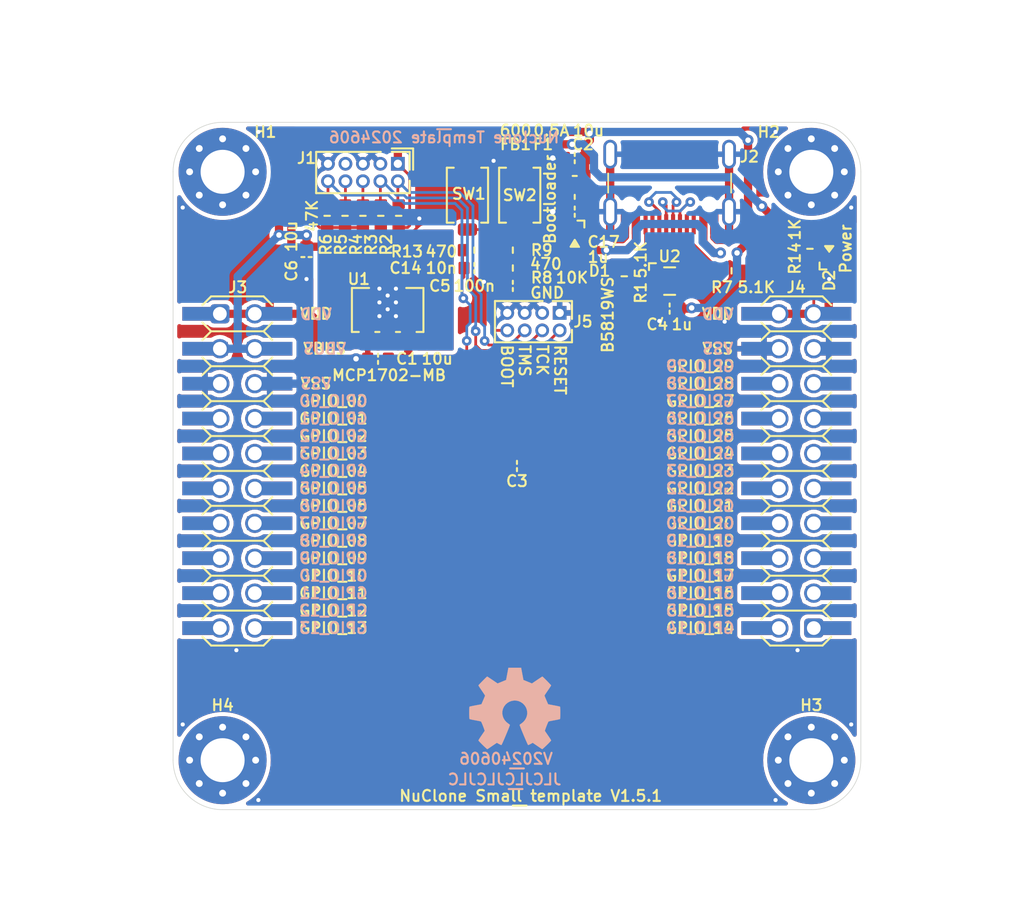
<source format=kicad_pcb>
(kicad_pcb (version 20240108) (generator "pcbnew") (generator_version "8.0")
  (layers (0 "F.Cu" mixed) (31 "B.Cu" mixed) (34 "B.Paste" user) (35 "F.Paste" user) (36 "B.SilkS" user "B.Silkscreen") (37 "F.SilkS" user "F.Silkscreen") (38 "B.Mask" user) (39 "F.Mask" user) (44 "Edge.Cuts" user))
  (net 0 "")
  (net 1 "/VBUS")
  (net 2 "Net-(F1-Pad2)")
  (net 3 "/VDD")
  (net 4 "/VSS")
  (net 5 "Net-(D2-A)")
  (net 6 "/GPIO_28")
  (net 7 "/GPIO_29")
  (net 8 "/TMS")
  (net 9 "/TCK")
  (net 10 "/TDO")
  (net 11 "/TDI")
  (net 12 "/RESET")
  (net 13 "Net-(R13-Pad2)")
  (net 15 "Net-(J2-CC1)")
  (net 17 "Net-(J2-CC2)")
  (net 19 "/BOOT")
  (net 20 "/GPIO_20")
  (net 21 "/GPIO_23")
  (net 22 "/GPIO_27")
  (net 23 "/GPIO_16")
  (net 24 "/GPIO_21")
  (net 25 "/GPIO_19")
  (net 26 "/GPIO_17")
  (net 27 "/GPIO_18")
  (net 28 "/GPIO_15")
  (net 29 "/GPIO_14")
  (net 30 "/GPIO_22")
  (net 31 "/GPIO_24")
  (net 32 "/GPIO_25")
  (net 33 "/GPIO_26")
  (net 34 "/GPIO_13")
  (net 35 "/GPIO_12")
  (net 36 "/GPIO_11")
  (net 37 "/GPIO_10")
  (net 38 "/GPIO_09")
  (net 39 "/GPIO_08")
  (net 40 "/GPIO_07")
  (net 41 "/GPIO_06")
  (net 42 "/GPIO_05")
  (net 43 "/GPIO_04")
  (net 44 "/GPIO_03")
  (net 45 "/GPIO_02")
  (net 46 "/GPIO_01")
  (net 47 "/GPIO_00")
  (net 48 "Net-(D1-K)")
  (net 49 "/DP")
  (net 50 "/DN")
  (net 53 "Net-(R9-Pad2)")
  (net 54 "Net-(D1-A)")
  (footprint "SquantorPcbOutline:MountingHole_3.2mm_M3_Pad_Via" (layer "F.Cu") (at 33.6 33.6)
    (property "Reference" "H1")
    (property "Value" "MountingHole")
  )
  (footprint "SquantorPcbOutline:MountingHole_3.2mm_M3_Pad_Via" (layer "F.Cu") (at 76.4 33.6)
    (property "Reference" "H2")
    (property "Value" "MountingHole")
  )
  (footprint "SquantorPcbOutline:MountingHole_3.2mm_M3_Pad_Via" (layer "F.Cu") (at 33.6 76.4)
    (property "Reference" "H4")
    (property "Value" "MountingHole")
  )
  (footprint "SquantorLabels:Label_Generic" (layer "F.Cu") (at 55.2 79.1)
    (property "Reference" "N4" (hide yes))
    (property "Value" "NuClone Small template V1.5.1")
  )
  (footprint "SquantorPcbOutline:MountingHole_3.2mm_M3_Pad_Via" (layer "F.Cu") (at 76.4 76.4)
    (property "Reference" "H3")
    (property "Value" "MountingHole")
  )
  (footprint "SquantorConnectorsNamed:nuclone_small_right_stacked" (layer "F.Cu") (at 75.31 55.36 90)
    (property "Reference" "J4")
    (property "Value" "nuclone_small_right")
  )
  (footprint "SquantorConnectorsNamed:nuclone_small_left_stacked" (layer "F.Cu") (at 34.67 55.36 -90)
    (property "Reference" "J3")
    (property "Value" "nuclone_small_left")
  )
  (footprint "SquantorResistor:R_0603_hand" (layer "F.Cu") (at 76.3 39.2 -90)
    (property "Reference" "R14")
    (property "Value" "1K")
  )
  (footprint "SquantorResistor:R_0603_hand" (layer "F.Cu") (at 45.1 36.8 -90)
    (property "Reference" "R3")
    (property "Value" "47K")
  )
  (footprint "SquantorCapacitor:C_0603" (layer "F.Cu") (at 55 55 180)
    (property "Reference" "C3")
    (property "Value" "10u")
  )
  (footprint "SquantorResistor:R_0603_hand" (layer "F.Cu") (at 51.9 39.3)
    (property "Reference" "R13")
    (property "Value" "470")
  )
  (footprint "SquantorResistor:R_0603_hand" (layer "F.Cu") (at 70.6 40.8 180)
    (property "Reference" "R7")
    (property "Value" "5.1K")
  )
  (footprint "SquantorResistor:R_0603_hand" (layer "F.Cu") (at 46.4 36.8 -90)
    (property "Reference" "R2")
    (property "Value" "47K")
  )
  (footprint "SquantorResistor:R_0603_hand" (layer "F.Cu") (at 43.8 36.8 -90)
    (property "Reference" "R4")
    (property "Value" "47K")
  )
  (footprint "SquantorResistor:R_0603_hand" (layer "F.Cu") (at 42.5 36.8 -90)
    (property "Reference" "R5")
    (property "Value" "47K")
  )
  (footprint "SquantorResistor:R_0603_hand" (layer "F.Cu") (at 62.8 41.2 90)
    (property "Reference" "R1")
    (property "Value" "5.1K")
  )
  (footprint "SquantorConnectors:Header-0127-2X05-H006" (layer "F.Cu") (at 43.8 33.65 180)
    (property "Reference" "J1")
    (property "Value" "JTAG_2X05")
  )
  (footprint "SquantorIC:SOT89-NXP" (layer "F.Cu") (at 45.6 44)
    (property "Reference" "U1")
    (property "Value" "MCP1702-MB")
  )
  (footprint "SquantorCapacitor:C_0603" (layer "F.Cu") (at 59.2 36.5)
    (property "Reference" "C17")
    (property "Value" "1u")
  )
  (footprint "SquantorSwitches:TD-85XU" (layer "F.Cu") (at 51.4 35.3 -90)
    (property "Reference" "SW1")
    (property "Value" "RESET")
  )
  (footprint "SquantorDiodes:LED_0603_hand" (layer "F.Cu") (at 77.7 39.2 90)
    (property "Reference" "D2")
    (property "Value" "GREEN")
  )
  (footprint "SquantorFuse:F_0603_hand" (layer "F.Cu") (at 59.2 33.9 180)
    (property "Reference" "F1")
    (property "Value" "0.5A")
  )
  (footprint "SquantorCapacitor:C_0603" (layer "F.Cu") (at 59.2 32.6)
    (property "Reference" "C2")
    (property "Value" "10u")
  )
  (footprint "SquantorCapacitor:C_0603" (layer "F.Cu") (at 44.9 47.2 180)
    (property "Reference" "C1")
    (property "Value" "10u")
  )
  (footprint "SquantorResistor:R_0603_hand" (layer "F.Cu") (at 41.2 36.8 -90)
    (property "Reference" "R6")
    (property "Value" "47K")
  )
  (footprint "SquantorCapacitor:C_0603" (layer "F.Cu") (at 51.9 40.6 180)
    (property "Reference" "C14")
    (property "Value" "10n")
  )
  (footprint "SquantorInductor:L_0603" (layer "F.Cu") (at 59.2 35.2)
    (property "Reference" "FB1")
    (property "Value" "600")
  )
  (footprint "SquantorUsb:USB-C-HRO-31-M-12" (layer "F.Cu") (at 66.1 37.415 180)
    (property "Reference" "J2")
    (property "Value" "TYPE-C-31-M-12")
  )
  (footprint "SquantorCapacitor:C_0603" (layer "F.Cu") (at 66.1 43.55 180)
    (property "Reference" "C4")
    (property "Value" "1u")
  )
  (footprint "SquantorIC:SOT363-ONsemi" (layer "F.Cu") (at 66.1 41.55)
    (property "Reference" "U2")
    (property "Value" "TPESD0504C6")
  )
  (footprint "SquantorCapacitor:C_0603" (layer "F.Cu") (at 39.7 39.8 -90)
    (property "Reference" "C6")
    (property "Value" "10u")
  )
  (footprint "SquantorResistor:R_0603_hand" (layer "F.Cu") (at 54.7 39.3)
    (property "Reference" "R9")
    (property "Value" "470")
  )
  (footprint "SquantorDiodes:SOD-323-nexperia-hand" (layer "F.Cu") (at 59.2 38.85 -90)
    (property "Reference" "D1")
    (property "Value" "B5819WS")
  )
  (footprint "SquantorResistor:R_0603_hand" (layer "F.Cu") (at 54.7 40.6)
    (property "Reference" "R8")
    (property "Value" "10K")
  )
  (footprint "SquantorCapacitor:C_0603" (layer "F.Cu") (at 54.7 41.9)
    (property "Reference" "C5")
    (property "Value" "100n")
  )
  (footprint "SquantorSwitches:TD-85XU" (layer "F.Cu") (at 55.2 35.3 -90)
    (property "Reference" "SW2")
    (property "Value" "Bootloader")
  )
  (footprint "SquantorConnectors:Header-0127-2X04-H006" (layer "F.Cu") (at 56.2 44.5 180)
    (property "Reference" "J5")
    (property "Value" "Conn_02x06_Odd_Even")
  )
  (footprint "Symbol:OSHW-Symbol_6.7x6mm_SilkScreen" (layer "B.Cu") (at 54.85 72.65 180)
    (property "Reference" "N1" (hide yes))
    (property "Value" "OHWLOGO" (hide yes))
  )
  (footprint "SquantorLabels:Label_Generic" (layer "B.Cu") (at 54.9 77.9 180)
    (property "Reference" "N3" (hide yes))
    (property "Value" "JLCJLCJLCJLC")
  )
  (footprint "SquantorLabels:Label_Generic" (layer "B.Cu") (at 55 76.4 180)
    (property "Reference" "N2" (hide yes))
    (property "Value" "V20240606")
  )
  (footprint "SquantorLabels:Label_Generic" (layer "B.Cu") (at 49.7 31.1)
    (property "Reference" "N5" (hide yes))
    (property "Value" "Nuclone Template 2024606")
  )
  (gr_line (start 47.45 31.9) (end 45.9 31.9) (stroke (width 0.15)) (layer "F.SilkS"))
  (gr_line (start 47.45 31.9) (end 47.45 33.45) (stroke (width 0.15)) (layer "F.SilkS"))
  (gr_line (start 76.4 80) (end 33.6 80) (stroke (width 0.05)) (layer "Edge.Cuts"))
  (gr_arc (start 30 33.6) (mid 31.054416 31.054416) (end 33.6 30) (stroke (width 0.05)) (layer "Edge.Cuts"))
  (gr_arc (start 76.4 30) (mid 78.945584 31.054416) (end 80 33.6) (stroke (width 0.05)) (layer "Edge.Cuts"))
  (gr_line (start 33.6 30) (end 76.4 30) (stroke (width 0.05)) (layer "Edge.Cuts"))
  (gr_line (start 80 33.6) (end 80 76.4) (stroke (width 0.05)) (layer "Edge.Cuts"))
  (gr_arc (start 33.6 80) (mid 31.054416 78.945584) (end 30 76.4) (stroke (width 0.05)) (layer "Edge.Cuts"))
  (gr_line (start 30 76.4) (end 30 33.6) (stroke (width 0.05)) (layer "Edge.Cuts"))
  (gr_arc (start 80 76.4) (mid 78.945584 78.945584) (end 76.4 80) (stroke (width 0.05)) (layer "Edge.Cuts"))
  (gr_text "Power" (at 78.9 39.2 90) (layer "F.SilkS") (effects (font (size 0.8 0.8) (thickness 0.15) (bold yes))))
  (gr_text "RESET\nTCK\nTMS\nBOOT" (at 53.8 46.1 270) (layer "F.SilkS") (effects (font (size 0.8 0.8) (thickness 0.15) (bold yes)) (justify left bottom)))
  (gr_text "GND" (at 57.2 42.4 0) (layer "F.SilkS") (effects (font (size 0.8 0.8) (thickness 0.15) (bold yes))))
  (segment (start 71.8 36.6) (end 71.8 31.3) (width 0.6) (layer "F.Cu") (net 1))
  (segment (start 71 39.5) (end 71.8 38.7) (width 0.6) (layer "F.Cu") (net 1))
  (segment (start 66.5 41.55) (end 66.39 41.66) (width 0.2) (layer "F.Cu") (net 1))
  (segment (start 67.02 41.55) (end 66.5 41.55) (width 0.2) (layer "F.Cu") (net 1))
  (segment (start 71.8 38.7) (end 71.8 36.6) (width 0.6) (layer "F.Cu") (net 1))
  (segment (start 37.7 38.2) (end 37.7 32.6) (width 0.6) (layer "F.Cu") (net 1))
  (segment (start 67.65 43.55) (end 67.7 43.5) (width 0.6) (layer "F.Cu") (net 1))
  (segment (start 60.2 30.7) (end 60.3 30.8) (width 0.6) (layer "F.Cu") (net 1))
  (segment (start 59.95 33.9) (end 59.95 32.6) (width 0.6) (layer "F.Cu") (net 1))
  (segment (start 39.7 38.2) (end 39.7 39.05) (width 0.6) (layer "F.Cu") (net 1))
  (segment (start 66.39 41.66) (end 66.39 43.09) (width 0.2) (layer "F.Cu") (net 1))
  (segment (start 60.3 30.8) (end 60.3 31.3) (width 0.6) (layer "F.Cu") (net 1))
  (segment (start 37.7 32.6) (end 39.6 30.7) (width 0.6) (layer "F.Cu") (net 1))
  (segment (start 44.55 39.05) (end 45.6 40.1) (width 0.6) (layer "F.Cu") (net 1))
  (segment (start 45.6 40.1) (end 45.6 42.6) (width 0.6) (layer "F.Cu") (net 1))
  (segment (start 60.3 31.3) (end 59.95 31.65) (width 0.6) (layer "F.Cu") (net 1))
  (segment (start 66.39 43.09) (end 66.85 43.55) (width 0.2) (layer "F.Cu") (net 1))
  (segment (start 39.7 39.05) (end 44.55 39.05) (width 0.6) (layer "F.Cu") (net 1))
  (segment (start 66.85 43.55) (end 67.65 43.55) (width 0.6) (layer "F.Cu") (net 1))
  (segment (start 59.95 31.65) (end 59.95 32.6) (width 0.6) (layer "F.Cu") (net 1))
  (segment (start 39.6 30.7) (end 60.2 30.7) (width 0.6) (layer "F.Cu") (net 1))
  (via (at 46.2 42.1) (size 0.7) (drill 0.3) (layers "F.Cu" "B.Cu") (net 1))
  (via (at 71 39.5) (size 0.8) (drill 0.4) (layers "F.Cu" "B.Cu") (net 1))
  (via (at 67.7 43.5) (size 0.8) (drill 0.4) (layers "F.Cu" "B.Cu") (net 1))
  (via (at 45 44.1) (size 0.7) (drill 0.3) (layers "F.Cu" "B.Cu") (net 1))
  (via (at 45 43.1) (size 0.7) (drill 0.3) (layers "F.Cu" "B.Cu") (net 1))
  (via (at 71.8 31.3) (size 0.8) (drill 0.4) (layers "F.Cu" "B.Cu") (net 1))
  (via (at 45 42.1) (size 0.7) (drill 0.3) (layers "F.Cu" "B.Cu") (net 1))
  (via (at 37.7 38.2) (size 0.8) (drill 0.4) (layers "F.Cu" "B.Cu") (net 1))
  (via (at 60.3 30.8) (size 0.8) (drill 0.4) (layers "F.Cu" "B.Cu") (net 1))
  (via (at 39.7 38.2) (size 0.8) (drill 0.4) (layers "F.Cu" "B.Cu") (net 1))
  (via (at 45.6 42.6) (size 0.7) (drill 0.3) (layers "F.Cu" "B.Cu") (net 1))
  (via (at 46.2 44.1) (size 0.7) (drill 0.3) (layers "F.Cu" "B.Cu") (net 1))
  (via (at 45.6 43.6) (size 0.7) (drill 0.3) (layers "F.Cu" "B.Cu") (net 1))
  (via (at 46.2 43.1) (size 0.7) (drill 0.3) (layers "F.Cu" "B.Cu") (net 1))
  (segment (start 34.7 41.2) (end 34.7 46.47) (width 0.6) (layer "B.Cu") (net 1))
  (segment (start 60.3 30.8) (end 60.4 30.7) (width 0.6) (layer "B.Cu") (net 1))
  (segment (start 37.7 38.2) (end 34.7 41.2) (width 0.6) (layer "B.Cu") (net 1))
  (segment (start 70.5 41.8) (end 71 41.3) (width 0.6) (layer "B.Cu") (net 1))
  (segment (start 60.4 30.7) (end 71.2 30.7) (width 0.6) (layer "B.Cu") (net 1))
  (segment (start 37.7 38.2) (end 39.7 38.2) (width 0.6) (layer "B.Cu") (net 1))
  (segment (start 33.4 46.47) (end 34.7 46.47) (width 0.6) (layer "B.Cu") (net 1))
  (segment (start 71.2 30.7) (end 71.8 31.3) (width 0.6) (layer "B.Cu") (net 1))
  (segment (start 34.7 46.47) (end 35.94 46.47) (width 0.6) (layer "B.Cu") (net 1))
  (segment (start 67.7 43.5) (end 68.8 43.5) (width 0.6) (layer "B.Cu") (net 1))
  (segment (start 71 41.3) (end 71 39.5) (width 0.6) (layer "B.Cu") (net 1))
  (segment (start 68.8 43.5) (end 70.5 41.8) (width 0.6) (layer "B.Cu") (net 1))
  (segment (start 58.45 33.9) (end 58.45 35.2) (width 0.6) (layer "F.Cu") (net 2))
  (segment (start 79 41.7) (end 77.66 43.04) (width 0.6) (layer "F.Cu") (net 3))
  (segment (start 76.58 41.78) (end 76.3 41.5) (width 0.2) (layer "F.Cu") (net 3))
  (segment (start 38.6 40.5) (end 37.02 42.08) (width 0.6) (layer "F.Cu") (net 3))
  (segment (start 43.8 37.65) (end 42.5 37.65) (width 0.2) (layer "F.Cu") (net 3))
  (segment (start 77.66 43.04) (end 77.66 43.93) (width 0.6) (layer "F.Cu") (net 3))
  (segment (start 46.45 31.6) (end 46.4 31.55) (width 0.6) (layer "F.Cu") (net 3))
  (segment (start 45.65 47.2) (end 45.65 48.15) (width 0.6) (layer "F.Cu") (net 3))
  (segment (start 55.75 52.85) (end 55.75 55) (width 0.6) (layer "F.Cu") (net 3))
  (segment (start 45.65 48.15) (end 45.6 48.2) (width 0.6) (layer "F.Cu") (net 3))
  (segment (start 40.65 37.65) (end 40.2 37.2) (width 0.2) (layer "F.Cu") (net 3))
  (segment (start 38.6 37.2) (end 38.6 40.5) (width 0.6) (layer "F.Cu") (net 3))
  (segment (start 47.2 37.5) (end 47.2 33.875) (width 0.2) (layer "F.Cu") (net 3))
  (segment (start 53.1 52.1) (end 55 52.1) (width 0.6) (layer "F.Cu") (net 3))
  (segment (start 47.1 46.8) (end 47.1 45.75) (width 0.6) (layer "F.Cu") (net 3))
  (segment (start 45.65 47.2) (end 46.7 47.2) (width 0.6) (layer "F.Cu") (net 3))
  (segment (start 39.95 31.55) (end 38.6 32.9) (width 0.6) (layer "F.Cu") (net 3))
  (segment (start 41.2 37.65) (end 42.5 37.65) (width 0.2) (layer "F.Cu") (net 3))
  (segment (start 39.93 43.93) (end 40.2 44.2) (width 0.6) (layer "F.Cu") (net 3))
  (segment (start 37.02 42.08) (end 37.02 43.93) (width 0.6) (layer "F.Cu") (net 3))
  (segment (start 72.8 36.1) (end 74.2 37.5) (width 0.6) (layer "F.Cu") (net 3))
  (segment (start 74.04 43.93) (end 76.58 43.93) (width 0.6) (layer "F.Cu") (net 3))
  (segment (start 76.58 43.93) (end 76.58 41.78) (width 0.2) (layer "F.Cu") (net 3))
  (segment (start 37.02 43.93) (end 39.93 43.93) (width 0.6) (layer "F.Cu") (net 3))
  (segment (start 45.6 48.2) (end 49.2 48.2) (width 0.6) (layer "F.Cu") (net 3))
  (segment (start 46.7 47.2) (end 47.1 46.8) (width 0.6) (layer "F.Cu") (net 3))
  (segment (start 40.2 47.4) (end 41 48.2) (width 0.6) (layer "F.Cu") (net 3))
  (segment (start 47.05 37.65) (end 47.2 37.5) (width 0.2) (layer "F.Cu") (net 3))
  (segment (start 56.2 40.6) (end 55.55 40.6) (width 0.6) (layer "F.Cu") (net 3))
  (segment (start 35.94 43.93) (end 33.4 43.93) (width 0.6) (layer "F.Cu") (net 3))
  (segment (start 47.2 33.875) (end 46.34 33.015) (width 0.2) (layer "F.Cu") (net 3))
  (segment (start 79 37.8) (end 79 41.7) (width 0.6) (layer "F.Cu") (net 3))
  (segment (start 74.2 37.5) (end 78.7 37.5) (width 0.6) (layer "F.Cu") (net 3))
  (segment (start 49.2 48.2) (end 53.1 52.1) (width 0.6) (layer "F.Cu") (net 3))
  (segment (start 46.4 31.55) (end 39.95 31.55) (width 0.6) (layer "F.Cu") (net 3))
  (segment (start 56.5 31.6) (end 56.5 40.3) (width 0.6) (layer "F.Cu") (net 3))
  (segment (start 55 52.1) (end 55.75 52.85) (width 0.6) (layer "F.Cu") (net 3))
  (segment (start 76.3 41.5) (end 76.3 40.05) (width 0.2) (layer "F.Cu") (net 3))
  (segment (start 59.012425 31.6) (end 46.45 31.6) (width 0.6) (layer "F.Cu") (net 3))
  (segment (start 41.2 37.65) (end 40.65 37.65) (width 0.2) (layer "F.Cu") (net 3))
  (segment (start 40.2 37.2) (end 38.6 37.2) (width 0.2) (layer "F.Cu") (net 3))
  (segment (start 56.5 40.3) (end 56.2 40.6) (width 0.6) (layer "F.Cu") (net 3))
  (segment (start 78.7 37.5) (end 79 37.8) (width 0.6) (layer "F.Cu") (net 3))
  (segment (start 40.2 44.2) (end 40.2 47.4) (width 0.6) (layer "F.Cu") (net 3))
  (segment (start 38.6 32.9) (end 38.6 37.2) (width 0.6) (layer "F.Cu") (net 3))
  (segment (start 46.34 33.015) (end 46.34 31.61) (width 0.6) (layer "F.Cu") (net 3))
  (segment (start 46.4 37.65) (end 47.05 37.65) (width 0.2) (layer "F.Cu") (net 3))
  (segment (start 41 48.2) (end 45.6 48.2) (width 0.6) (layer "F.Cu") (net 3))
  (segment (start 46.34 31.61) (end 46.4 31.55) (width 0.6) (layer "F.Cu") (net 3))
  (via (at 72.8 36.1) (size 0.8) (drill 0.4) (layers "F.Cu" "B.Cu") (net 3))
  (via (at 59.012425 31.6) (size 0.8) (drill 0.4) (layers "F.Cu" "B.Cu") (net 3))
  (segment (start 70.7 34) (end 72.8 36.1) (width 0.6) (layer "B.Cu") (net 3))
  (segment (start 61.1 34) (end 70.7 34) (width 0.6) (layer "B.Cu") (net 3))
  (segment (start 60.6 33.5) (end 61.1 34) (width 0.6) (layer "B.Cu") (net 3))
  (segment (start 59.8 31.6) (end 60.6 32.4) (width 0.6) (layer "B.Cu") (net 3))
  (segment (start 59.012425 31.6) (end 59.8 31.6) (width 0.6) (layer "B.Cu") (net 3))
  (segment (start 60.6 32.4) (end 60.6 33.5) (width 0.6) (layer "B.Cu") (net 3))
  (segment (start 47 38.4) (end 47.5 37.9) (width 0.2) (layer "F.Cu") (net 4))
  (segment (start 61.78 38.08) (end 61.78 36.5) (width 0.6) (layer "F.Cu") (net 4))
  (segment (start 62.2 38.5) (end 61.78 38.08) (width 0.6) (layer "F.Cu") (net 4))
  (segment (start 47.5 37.9) (end 47.9 37.5) (width 0.2) (layer "F.Cu") (net 4))
  (segment (start 57.6 32.6) (end 58.45 32.6) (width 0.6) (layer "F.Cu") (net 4))
  (segment (start 61.78 36.5) (end 61.78 32.32) (width 0.6) (layer "F.Cu") (net 4))
  (segment (start 46.2 38.4) (end 47 38.4) (width 0.2) (layer "F.Cu") (net 4))
  (segment (start 62.85 37.415) (end 62.85 38.3) (width 0.6) (layer "F.Cu") (net 4))
  (segment (start 45.1 37.65) (end 45.1 38.2) (width 0.2) (layer "F.Cu") (net 4))
  (segment (start 65.18 41.55) (end 65.7 41.55) (width 0.2) (layer "F.Cu") (net 4))
  (segment (start 69.55 38.55) (end 70 38.55) (width 0.6) (layer "F.Cu") (net 4))
  (segment (start 70.42 36.5) (end 70.42 32.32) (width 0.6) (layer "F.Cu") (net 4))
  (segment (start 65.81 43.09) (end 65.35 43.55) (width 0.2) (layer "F.Cu") (net 4))
  (segment (start 65.81 41.66) (end 65.81 43.09) (width 0.2) (layer "F.Cu") (net 4))
  (segment (start 44.15 47.2) (end 43.3 47.2) (width 0.6) (layer "F.Cu") (net 4))
  (segment (start 69.35 37.415) (end 69.35 38.35) (width 0.6) (layer "F.Cu") (net 4))
  (segment (start 62.85 38.3) (end 62.65 38.5) (width 0.6) (layer "F.Cu") (net 4))
  (segment (start 47.9 37.5) (end 47.9 37) (width 0.2) (layer "F.Cu") (net 4))
  (segment (start 62.65 38.5) (end 62.2 38.5) (width 0.6) (layer "F.Cu") (net 4))
  (segment (start 70 38.55) (end 70.42 38.13) (width 0.6) (layer "F.Cu") (net 4))
  (segment (start 69.35 38.35) (end 69.55 38.55) (width 0.6) (layer "F.Cu") (net 4))
  (segment (start 70.42 38.13) (end 70.42 36.5) (width 0.6) (layer "F.Cu") (net 4))
  (segment (start 45.3 38.4) (end 46.2 38.4) (width 0.2) (layer "F.Cu") (net 4))
  (segment (start 45.1 38.2) (end 45.3 38.4) (width 0.2) (layer "F.Cu") (net 4))
  (segment (start 65.7 41.55) (end 65.81 41.66) (width 0.2) (layer "F.Cu") (net 4))
  (via (at 53.3 32.8) (size 0.7) (drill 0.3) (layers "F.Cu" "B.Cu") (net 4))
  (via (at 65.35 44.45) (size 0.7) (drill 0.3) (layers "F.Cu" "B.Cu") (net 4))
  (via (at 70.1 44.5) (size 0.7) (drill 0.3) (layers "F.Cu" "B.Cu") (net 4))
  (via (at 36.2 30.7) (size 0.7) (drill 0.3) (layers "F.Cu" "B.Cu") (net 4))
  (via (at 34.6 68.4) (size 0.7) (drill 0.3) (layers "F.Cu" "B.Cu") (net 4))
  (via (at 75.4 68.4) (size 0.7) (drill 0.3) (layers "F.Cu" "B.Cu") (net 4))
  (via (at 73.8 79.3) (size 0.7) (drill 0.3) (layers "F.Cu" "B.Cu") (net 4))
  (via (at 77.7 41.4) (size 0.7) (drill 0.3) (layers "F.Cu" "B.Cu") (net 4))
  (via (at 79.3 73.8) (size 0.7) (drill 0.3) (layers "F.Cu" "B.Cu") (net 4))
  (via (at 36.2 79.3) (size 0.7) (drill 0.3) (layers "F.Cu" "B.Cu") (net 4))
  (via (at 52.6 41.6) (size 0.7) (drill 0.3) (layers "F.Cu" "B.Cu") (net 4))
  (via (at 57.6 36.5) (size 0.8) (drill 0.4) (layers "F.Cu" "B.Cu") (net 4))
  (via (at 30.7 73.8) (size 0.7) (drill 0.3) (layers "F.Cu" "B.Cu") (net 4))
  (via (at 30.7 36.2) (size 0.7) (drill 0.3) (layers "F.Cu" "B.Cu") (net 4))
  (via (at 57.6 32.6) (size 0.8) (drill 0.4) (layers "F.Cu" "B.Cu") (net 4))
  (via (at 79.3 36.2) (size 0.7) (drill 0.3) (layers "F.Cu" "B.Cu") (net 4))
  (via (at 39.7 41.4) (size 0.7) (drill 0.3) (layers "F.Cu" "B.Cu") (net 4))
  (via (at 47.9 37) (size 0.7) (drill 0.3) (layers "F.Cu" "B.Cu") (net 4))
  (via (at 43.3 47.2) (size 0.8) (drill 0.4) (layers "F.Cu" "B.Cu") (net 4))
  (via (at 73.8 30.7) (size 0.7) (drill 0.3) (layers "F.Cu" "B.Cu") (net 4))
  (segment (start 37.02 49.01) (end 35.94 49.01) (width 0.6) (layer "B.Cu") (net 4))
  (segment (start 43.3 47.2) (end 41.49 49.01) (width 0.6) (layer "B.Cu") (net 4))
  (segment (start 41.49 49.01) (end 37.02 49.01) (width 0.6) (layer "B.Cu") (net 4))
  (segment (start 76.3 38.35) (end 76.95 38.35) (width 0.2) (layer "F.Cu") (net 5))
  (segment (start 77.1 38.5) (end 77.55 38.5) (width 0.2) (layer "F.Cu") (net 5))
  (segment (start 77.55 38.5) (end 77.7 38.35) (width 0.2) (layer "F.Cu") (net 5))
  (segment (start 76.95 38.35) (end 77.1 38.5) (width 0.2) (layer "F.Cu") (net 5))
  (segment (start 52.95 46.2) (end 54.5 46.2) (width 0.2) (layer "F.Cu") (net 8))
  (segment (start 46.34 35.89) (end 46.4 35.95) (width 0.2) (layer "F.Cu") (net 8))
  (segment (start 54.5 46.2) (end 55.565 45.135) (width 0.2) (layer "F.Cu") (net 8))
  (segment (start 46.34 34.285) (end 46.34 35.89) (width 0.2) (layer "F.Cu") (net 8))
  (segment (start 52.65 45.9) (end 52.95 46.2) (width 0.2) (layer "F.Cu") (net 8))
  (via (at 52.65 45.9) (size 0.7) (drill 0.3) (layers "F.Cu" "B.Cu") (net 8))
  (segment (start 52.65 45.9) (end 52.65 44.85) (width 0.2) (layer "B.Cu") (net 8))
  (segment (start 50.831372 35.1) (end 47.155 35.1) (width 0.2) (layer "B.Cu") (net 8))
  (segment (start 52.4 44.6) (end 52.4 42.524694) (width 0.2) (layer "B.Cu") (net 8))
  (segment (start 52.65 44.85) (end 52.4 44.6) (width 0.2) (layer "B.Cu") (net 8))
  (segment (start 51.8 36.068628) (end 50.831372 35.1) (width 0.2) (layer "B.Cu") (net 8))
  (segment (start 51.8 41.924694) (end 51.8 36.068628) (width 0.2) (layer "B.Cu") (net 8))
  (segment (start 52.4 42.524694) (end 51.8 41.924694) (width 0.2) (layer "B.Cu") (net 8))
  (segment (start 47.155 35.1) (end 46.34 34.285) (width 0.2) (layer "B.Cu") (net 8))
  (segment (start 55.37 46.6) (end 56.835 45.135) (width 0.2) (layer "F.Cu") (net 9))
  (segment (start 45.07 35.92) (end 45.1 35.95) (width 0.2) (layer "F.Cu") (net 9))
  (segment (start 45.07 34.285) (end 45.07 35.92) (width 0.2) (layer "F.Cu") (net 9))
  (segment (start 52.380761 46.6) (end 55.37 46.6) (width 0.2) (layer "F.Cu") (net 9))
  (segment (start 52 45.2) (end 52 46.219239) (width 0.2) (layer "F.Cu") (net 9))
  (segment (start 52 46.219239) (end 52.380761 46.6) (width 0.2) (layer "F.Cu") (net 9))
  (via (at 52 45.2) (size 0.7) (drill 0.3) (layers "F.Cu" "B.Cu") (net 9))
  (segment (start 45.208629 34.285) (end 45.07 34.285) (width 0.2) (layer "B.Cu") (net 9))
  (segment (start 46.789313 35.3) (end 46.223629 35.3) (width 0.2) (layer "B.Cu") (net 9))
  (segment (start 51.782843 44.982843) (end 52 44.765685) (width 0.2) (layer "B.Cu") (net 9))
  (segment (start 52 42.69038) (end 51.4 42.09038) (width 0.2) (layer "B.Cu") (net 9))
  (segment (start 46.989314 35.5) (end 46.789313 35.3) (width 0.2) (layer "B.Cu") (net 9))
  (segment (start 51.4 36.234314) (end 50.665686 35.5) (width 0.2) (layer "B.Cu") (net 9))
  (segment (start 52 45.2) (end 51.782843 44.982843) (width 0.2) (layer "B.Cu") (net 9))
  (segment (start 46.223629 35.3) (end 45.208629 34.285) (width 0.2) (layer "B.Cu") (net 9))
  (segment (start 51.4 42.09038) (end 51.4 36.234314) (width 0.2) (layer "B.Cu") (net 9))
  (segment (start 50.665686 35.5) (end 46.989314 35.5) (width 0.2) (layer "B.Cu") (net 9))
  (segment (start 52 44.765685) (end 52 42.69038) (width 0.2) (layer "B.Cu") (net 9))
  (segment (start 43.8 34.285) (end 43.8 35.95) (width 0.2) (layer "F.Cu") (net 10))
  (segment (start 42.53 34.285) (end 42.53 35.92) (width 0.2) (layer "F.Cu") (net 11))
  (segment (start 42.53 35.92) (end 42.5 35.95) (width 0.2) (layer "F.Cu") (net 11))
  (segment (start 41.26 34.285) (end 41.26 35.89) (width 0.2) (layer "F.Cu") (net 12))
  (segment (start 51.05 40.5) (end 51.15 40.6) (width 0.2) (layer "F.Cu") (net 12))
  (segment (start 56.24 47) (end 58.105 45.135) (width 0.2) (layer "F.Cu") (net 12))
  (segment (start 51.695315 47) (end 56.24 47) (width 0.2) (layer "F.Cu") (net 12))
  (segment (start 41.26 35.89) (end 41.2 35.95) (width 0.2) (layer "F.Cu") (net 12))
  (segment (start 51 41.4) (end 51 42.7) (width 0.2) (layer "F.Cu") (net 12))
  (segment (start 51.35 46.654685) (end 51.695315 47) (width 0.2) (layer "F.Cu") (net 12))
  (segment (start 51.35 45.9) (end 51.35 46.654685) (width 0.2) (layer "F.Cu") (net 12))
  (segment (start 51 42.7) (end 51.1 42.8) (width 0.2) (layer "F.Cu") (net 12))
  (segment (start 51.15 41.25) (end 51 41.4) (width 0.2) (layer "F.Cu") (net 12))
  (segment (start 51.05 39.3) (end 51.05 40.5) (width 0.2) (layer "F.Cu") (net 12))
  (segment (start 51.15 40.6) (end 51.15 41.25) (width 0.2) (layer "F.Cu") (net 12))
  (via (at 51.35 45.9) (size 0.7) (drill 0.3) (layers "F.Cu" "B.Cu") (net 12))
  (via (at 51.1 42.8) (size 0.7) (drill 0.3) (layers "F.Cu" "B.Cu") (net 12))
  (segment (start 42.275 35.3) (end 41.26 34.285) (width 0.2) (layer "B.Cu") (net 12))
  (segment (start 51.35 44.85) (end 51.35 45.9) (width 0.2) (layer "B.Cu") (net 12))
  (segment (start 51.1 42.8) (end 51.6 43.3) (width 0.2) (layer "B.Cu") (net 12))
  (segment (start 45.657944 35.3) (end 42.275 35.3) (width 0.2) (layer "B.Cu") (net 12))
  (segment (start 46.057944 35.7) (end 45.657944 35.3) (width 0.2) (layer "B.Cu") (net 12))
  (segment (start 46.823628 35.9) (end 46.623628 35.7) (width 0.2) (layer "B.Cu") (net 12))
  (segment (start 51 42.7) (end 51 36.4) (width 0.2) (layer "B.Cu") (net 12))
  (segment (start 51.6 44.6) (end 51.35 44.85) (width 0.2) (layer "B.Cu") (net 12))
  (segment (start 51.6 43.3) (end 51.6 44.6) (width 0.2) (layer "B.Cu") (net 12))
  (segment (start 51 36.4) (end 50.5 35.9) (width 0.2) (layer "B.Cu") (net 12))
  (segment (start 50.5 35.9) (end 46.823628 35.9) (width 0.2) (layer "B.Cu") (net 12))
  (segment (start 51.1 42.8) (end 51 42.7) (width 0.2) (layer "B.Cu") (net 12))
  (segment (start 46.623628 35.7) (end 46.057944 35.7) (width 0.2) (layer "B.Cu") (net 12))
  (segment (start 51.4 37.8) (end 52.3 37.8) (width 0.2) (layer "F.Cu") (net 13))
  (segment (start 52.75 38.25) (end 52.75 39.3) (width 0.2) (layer "F.Cu") (net 13))
  (segment (start 52.3 37.8) (end 52.75 38.25) (width 0.2) (layer "F.Cu") (net 13))
  (segment (start 67.35 37.415) (end 67.35 38.388528) (width 0.2) (layer "F.Cu") (net 15))
  (segment (start 67.35 38.388528) (end 69.75 40.788528) (width 0.2) (layer "F.Cu") (net 15))
  (segment (start 69.75 40.788528) (end 69.75 40.8) (width 0.2) (layer "F.Cu") (net 15))
  (segment (start 62.974264 40.35) (end 62.8 40.35) (width 0.2) (layer "F.Cu") (net 17))
  (segment (start 64.35 38.974264) (end 62.974264 40.35) (width 0.2) (layer "F.Cu") (net 17))
  (segment (start 64.35 37.415) (end 64.35 38.974264) (width 0.2) (layer "F.Cu") (net 17))
  (segment (start 53.95 41.9) (end 53.4 41.9) (width 0.2) (layer "F.Cu") (net 19))
  (segment (start 53.85 40.6) (end 53.85 41.8) (width 0.2) (layer "F.Cu") (net 19))
  (segment (start 53.2 45) (end 53.335 45.135) (width 0.2) (layer "F.Cu") (net 19))
  (segment (start 53.335 45.135) (end 54.295 45.135) (width 0.2) (layer "F.Cu") (net 19))
  (segment (start 53.2 42.1) (end 53.2 45) (width 0.2) (layer "F.Cu") (net 19))
  (segment (start 53.85 39.3) (end 53.85 40.6) (width 0.2) (layer "F.Cu") (net 19))
  (segment (start 53.85 41.8) (end 53.95 41.9) (width 0.2) (layer "F.Cu") (net 19))
  (segment (start 53.4 41.9) (end 53.2 42.1) (width 0.2) (layer "F.Cu") (net 19))
  (segment (start 59.8 37.8) (end 59.95 37.65) (width 0.6) (layer "F.Cu") (net 48))
  (segment (start 59.2 37.8) (end 59.8 37.8) (width 0.6) (layer "F.Cu") (net 48))
  (segment (start 59.95 37.65) (end 59.95 36.5) (width 0.6) (layer "F.Cu") (net 48))
  (segment (start 59.95 36.5) (end 59.95 35.2) (width 0.6) (layer "F.Cu") (net 48))
  (segment (start 66.6 40.9) (end 67.02 40.9) (width 0.2) (layer "F.Cu") (net 49))
  (segment (start 66.5 40.8) (end 66.6 40.9) (width 0.2) (layer "F.Cu") (net 49))
  (segment (start 65.35 36.469239) (end 65.35 37.415) (width 0.2) (layer "F.Cu") (net 49))
  (segment (start 64.680761 35.8) (end 65.35 36.469239) (width 0.2) (layer "F.Cu") (net 49))
  (segment (start 66.6 35.8) (end 66.35 36.05) (width 0.2) (layer "F.Cu") (net 49))
  (segment (start 66.5 38.4) (end 66.5 40.8) (width 0.2) (layer "F.Cu") (net 49))
  (segment (start 66.35 38.25) (end 66.5 38.4) (width 0.2) (layer "F.Cu") (net 49))
  (segment (start 64.6 35.8) (end 64.680761 35.8) (width 0.2) (layer "F.Cu") (net 49))
  (segment (start 66.35 36.05) (end 66.35 37.415) (width 0.2) (layer "F.Cu") (net 49))
  (segment (start 66.35 37.415) (end 66.35 38.25) (width 0.2) (layer "F.Cu") (net 49))
  (via (at 66.6 35.8) (size 0.7) (drill 0.3) (layers "F.Cu" "B.Cu") (net 49))
  (via (at 64.6 35.8) (size 0.7) (drill 0.3) (layers "F.Cu" "B.Cu") (net 49))
  (segment (start 66.2 35.1) (end 66.6 35.5) (width 0.2) (layer "B.Cu") (net 49))
  (segment (start 64.6 35.8) (end 64.6 35.6) (width 0.2) (layer "B.Cu") (net 49))
  (segment (start 65.1 35.1) (end 66.2 35.1) (width 0.2) (layer "B.Cu") (net 49))
  (segment (start 66.6 35.5) (end 66.6 35.8) (width 0.2) (layer "B.Cu") (net 49))
  (segment (start 64.6 35.6) (end 65.1 35.1) (width 0.2) (layer "B.Cu") (net 49))
  (segment (start 66.85 36.469239) (end 66.85 37.415) (width 0.2) (layer "F.Cu") (net 50))
  (segment (start 65.7 40.8) (end 65.6 40.9) (width 0.2) (layer "F.Cu") (net 50))
  (segment (start 65.85 36.05) (end 65.85 37.415) (width 0.2) (layer "F.Cu") (net 50))
  (segment (start 65.6 35.8) (end 65.85 36.05) (width 0.2) (layer "F.Cu") (net 50))
  (segment (start 65.6 40.9) (end 65.18 40.9) (width 0.2) (layer "F.Cu") (net 50))
  (segment (start 65.85 37.415) (end 65.85 38.25) (width 0.2) (layer "F.Cu") (net 50))
  (segment (start 65.7 38.4) (end 65.7 40.8) (width 0.2) (layer "F.Cu") (net 50))
  (segment (start 67.6 35.8) (end 67.519239 35.8) (width 0.2) (layer "F.Cu") (net 50))
  (segment (start 65.85 38.25) (end 65.7 38.4) (width 0.2) (layer "F.Cu") (net 50))
  (segment (start 67.519239 35.8) (end 66.85 36.469239) (width 0.2) (layer "F.Cu") (net 50))
  (via (at 65.6 35.8) (size 0.7) (drill 0.3) (layers "F.Cu" "B.Cu") (net 50))
  (via (at 67.6 35.8) (size 0.7) (drill 0.3) (layers "F.Cu" "B.Cu") (net 50))
  (segment (start 66.869239 36.45) (end 65.95 36.45) (width 0.2) (layer "B.Cu") (net 50))
  (segment (start 67.6 35.8) (end 67.519239 35.8) (width 0.2) (layer "B.Cu") (net 50))
  (segment (start 65.95 36.45) (end 65.6 36.1) (width 0.2) (layer "B.Cu") (net 50))
  (segment (start 65.6 36.1) (end 65.6 35.8) (width 0.2) (layer "B.Cu") (net 50))
  (segment (start 67.519239 35.8) (end 66.869239 36.45) (width 0.2) (layer "B.Cu") (net 50))
  (segment (start 55.55 39.3) (end 55.55 38.15) (width 0.2) (layer "F.Cu") (net 53))
  (segment (start 55.55 38.15) (end 55.2 37.8) (width 0.2) (layer "F.Cu") (net 53))
  (segment (start 61.5 39.3) (end 63 39.3) (width 0.6) (layer "F.Cu") (net 54))
  (segment (start 61.5 39.3) (end 60.5 39.3) (width 0.6) (layer "F.Cu") (net 54))
  (segment (start 68.55 38.74) (end 68.55 37.415) (width 0.6) (layer "F.Cu") (net 54))
  (segment (start 63.65 38.65) (end 63.65 37.415) (width 0.6) (layer "F.Cu") (net 54))
  (segment (start 63 39.3) (end 63.65 38.65) (width 0.6) (layer "F.Cu") (net 54))
  (segment (start 69.31 39.5) (end 68.55 38.74) (width 0.6) (layer "F.Cu") (net 54))
  (segment (start 60.5 39.3) (end 59.9 39.9) (width 0.6) (layer "F.Cu") (net 54))
  (segment (start 69.8 39.5) (end 69.31 39.5) (width 0.6) (layer "F.Cu") (net 54))
  (segment (start 59.9 39.9) (end 59.2 39.9) (width 0.6) (layer "F.Cu") (net 54))
  (via (at 61.5 39.3) (size 0.8) (drill 0.4) (layers "F.Cu" "B.Cu") (net 54))
  (via (at 69.8 39.5) (size 0.8) (drill 0.4) (layers "F.Cu" "B.Cu") (net 54))
  (segment (start 68.5 37.8) (end 68.5 38.7) (width 0.6) (layer "B.Cu") (net 54))
  (segment (start 68.1 37.4) (end 68.5 37.8) (width 0.6) (layer "B.Cu") (net 54))
  (segment (start 68.5 38.7) (end 69.3 39.5) (width 0.6) (layer "B.Cu") (net 54))
  (segment (start 69.3 39.5) (end 69.8 39.5) (width 0.6) (layer "B.Cu") (net 54))
  (segment (start 64.1 37.4) (end 68.1 37.4) (width 0.6) (layer "B.Cu") (net 54))
  (segment (start 63.7 38.6) (end 63.7 37.8) (width 0.6) (layer "B.Cu") (net 54))
  (segment (start 63 39.3) (end 63.7 38.6) (width 0.6) (layer "B.Cu") (net 54))
  (segment (start 63.7 37.8) (end 64.1 37.4) (width 0.6) (layer "B.Cu") (net 54))
  (segment (start 61.5 39.3) (end 63 39.3) (width 0.6) (layer "B.Cu") (net 54))
  (zone (net 0) (net_name "") (layer "F.Cu") (connect_pads (clearance 0)) (min_thickness 0.254)
    (keepout (tracks allowed) (vias allowed) (pads allowed) (copperpour not_allowed) (footprints allowed))
    (fill (thermal_gap 0.508) (thermal_bridge_width 0.508))
    (polygon (pts (xy 71.3 37.7) (xy 60.9 37.7) (xy 60.9 28.9) (xy 71.3 28.9)))
  )
  (zone (net 4) (net_name "/VSS") (layer "F.Cu") (connect_pads (clearance 0.3)) (min_thickness 0.3) (fill yes (thermal_gap 0.3) (thermal_bridge_width 0.4))
    (polygon (pts (xy 80 80) (xy 30 80) (xy 30 30) (xy 80 30)))
  )
  (zone (net 1) (net_name "/VBUS") (layers "F&B.Cu") (priority 1) (connect_pads (clearance 0.3)) (min_thickness 0.2) (fill yes (thermal_gap 0.2) (thermal_bridge_width 0.4))
    (polygon (pts (xy 50.4 46.6) (xy 40.5 46.6) (xy 40.5 37.8) (xy 50.4 37.8)))
  )
  (zone (net 4) (net_name "/VSS") (layer "B.Cu") (connect_pads (clearance 0.3)) (min_thickness 0.3) (fill yes (thermal_gap 0.3) (thermal_bridge_width 0.4))
    (polygon (pts (xy 30 30) (xy 80 30) (xy 80 80) (xy 30 80)))
  )
)
</source>
